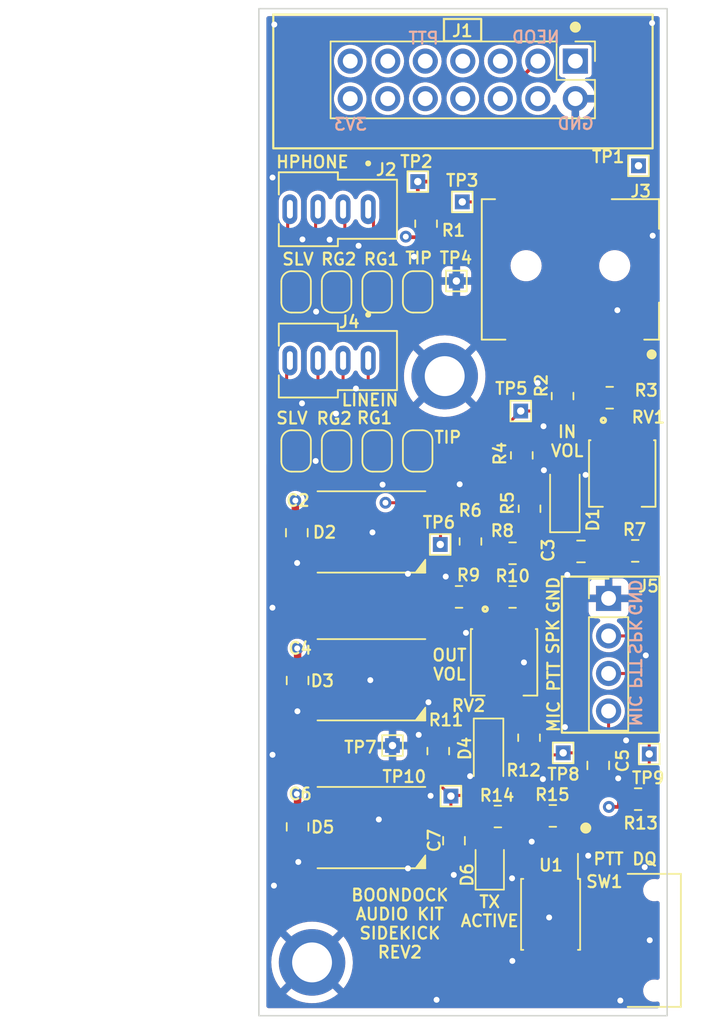
<source format=kicad_pcb>
(kicad_pcb (version 20211014) (generator pcbnew)
  (layers (0 "F.Cu" signal) (1 "In1.Cu" signal) (2 "In2.Cu" signal) (31 "B.Cu" signal) (34 "B.Paste" user) (35 "F.Paste" user) (36 "B.SilkS" user "B.Silkscreen") (37 "F.SilkS" user "F.Silkscreen") (38 "B.Mask" user) (39 "F.Mask" user) (44 "Edge.Cuts" user))
  (net 0 "")
  (net 1 "GND")
  (net 2 "+3.3V")
  (net 3 "/RADIO_OUT")
  (net 4 "/RADIO_IN")
  (net 5 "Net-(D2-Pad2)")
  (net 6 "/GPIO22")
  (net 7 "/GPIO18")
  (net 8 "Net-(J4-Pad1)")
  (net 9 "Net-(J4-Pad2)")
  (net 10 "/MIC")
  (net 11 "/SPK")
  (net 12 "/PTT_OUT")
  (net 13 "Net-(J4-Pad3)")
  (net 14 "Net-(J4-Pad4)")
  (net 15 "/NEOD")
  (net 16 "Net-(R6-Pad2)")
  (net 18 "Net-(R10-Pad1)")
  (net 19 "Net-(R15-Pad1)")
  (net 22 "Net-(SW1-Pad2)")
  (net 23 "Net-(C3-Pad2)")
  (net 24 "Net-(D3-Pad2)")
  (net 25 "Net-(D4-Pad1)")
  (net 27 "Net-(D6-Pad2)")
  (net 36 "Net-(J2-Pad1)")
  (net 37 "Net-(J2-Pad2)")
  (net 38 "Net-(J2-Pad3)")
  (net 39 "Net-(J2-Pad4)")
  (net 43 "Net-(R3-Pad2)")
  (net 44 "Net-(R4-Pad1)")
  (footprint "TestPoint:TestPoint_THTPad_1.0x1.0mm_Drill0.5mm" (layer "F.Cu") (at 61.23 88.295)
    (fp_text reference "TP10")
    (fp_text value "TP")
  )
  (footprint "Jumper:SolderJumper-2_P1.3mm_Bridged2Bar_RoundedPad1.0x1.5mm" (layer "F.Cu") (at 53.493333 64.945 90)
    (fp_text reference "JP6" hide)
    (fp_text value "JMP")
  )
  (footprint "TestPoint:TestPoint_THTPad_1.0x1.0mm_Drill0.5mm" (layer "F.Cu") (at 68.83 85.37)
    (fp_text reference "TP8")
    (fp_text value "TP")
  )
  (footprint "Boondock-r1:SP-3541_Makerfabs_2" (layer "F.Cu") (at 53.08 48.595)
    (fp_text reference "J2")
    (fp_text value "SP-3541")
  )
  (footprint "TestPoint:TestPoint_THTPad_1.0x1.0mm_Drill0.5mm" (layer "F.Cu") (at 62 48.1)
    (fp_text reference "TP3")
    (fp_text value "TP")
  )
  (footprint "Jumper:SolderJumper-2_P1.3mm_Bridged2Bar_RoundedPad1.0x1.5mm" (layer "F.Cu") (at 56.236666 54.185 90)
    (fp_text reference "JP3" hide)
    (fp_text value "JMP")
  )
  (footprint "Resistor_SMD:R_0805_2012Metric" (layer "F.Cu") (at 68.79 61.235 -90)
    (fp_text reference "R2")
    (fp_text value "NP")
  )
  (footprint "Capacitor_SMD:C_0805_2012Metric" (layer "F.Cu") (at 70.0375 71.745)
    (fp_text reference "C3")
    (fp_text value "2.2n")
  )
  (footprint "Connector_PinHeader_2.54mm:PinHeader_1x04_P2.54mm_Vertical" (layer "F.Cu") (at 71.905 74.92)
    (fp_text reference "J5")
    (fp_text value "Conn_01x04_Male")
  )
  (footprint "TestPoint:TestPoint_THTPad_1.0x1.0mm_Drill0.5mm" (layer "F.Cu") (at 57.275 84.875)
    (fp_text reference "TP7")
    (fp_text value "TP")
  )
  (footprint "Boondock-r1:CUI_SJ1-3515-SMT" (layer "F.Cu") (at 70.82 52.415 180)
    (fp_text reference "J3")
    (fp_text value "SJ1-3515-SMT")
  )
  (footprint "Boondock-r1:LED_WS2812B_PLCC4" (layer "F.Cu") (at 55.85 90.425)
    (fp_text reference "D5")
    (fp_text value "WS2812B")
  )
  (footprint "TestPoint:TestPoint_THTPad_1.0x1.0mm_Drill0.5mm" (layer "F.Cu") (at 58.99 46.725)
    (fp_text reference "TP2")
    (fp_text value "TP")
  )
  (footprint "Resistor_SMD:R_0805_2012Metric" (layer "F.Cu") (at 66.555 68.855 -90)
    (fp_text reference "R5")
    (fp_text value "0")
  )
  (footprint "LED_SMD:LED_0805_2012Metric" (layer "F.Cu") (at 63.86 92.935 90)
    (fp_text reference "D6")
    (fp_text value "GREEN")
  )
  (footprint "Resistor_SMD:R_0805_2012Metric" (layer "F.Cu") (at 66.03 65.245 -90)
    (fp_text reference "R4")
    (fp_text value "10k")
  )
  (footprint "Jumper:SolderJumper-2_P1.3mm_Bridged2Bar_RoundedPad1.0x1.5mm" (layer "F.Cu") (at 50.75 64.945 90)
    (fp_text reference "JP5" hide)
    (fp_text value "JMP")
  )
  (footprint "TestPoint:TestPoint_THTPad_1.0x1.0mm_Drill0.5mm" (layer "F.Cu") (at 65.96 62.245)
    (fp_text reference "TP5")
    (fp_text value "TP")
  )
  (footprint "Resistor_SMD:R_0805_2012Metric" (layer "F.Cu") (at 64.41 89.675)
    (fp_text reference "R14")
    (fp_text value "680")
  )
  (footprint "Resistor_SMD:R_0805_2012Metric" (layer "F.Cu") (at 60.375 85.25 90)
    (fp_text reference "R11")
    (fp_text value "10k")
  )
  (footprint "Jumper:SolderJumper-2_P1.3mm_Bridged2Bar_RoundedPad1.0x1.5mm" (layer "F.Cu") (at 58.98 64.945 90)
    (fp_text reference "JP8" hide)
    (fp_text value "JMP")
  )
  (footprint "TestPoint:TestPoint_THTPad_1.0x1.0mm_Drill0.5mm" (layer "F.Cu") (at 61.6 53.45)
    (fp_text reference "TP4")
    (fp_text value "TP")
  )
  (footprint "Resistor_SMD:R_0805_2012Metric" (layer "F.Cu") (at 65.405 71.87 180)
    (fp_text reference "R8")
    (fp_text value "2k")
  )
  (footprint "Resistor_SMD:R_0805_2012Metric" (layer "F.Cu") (at 65.405 74.82 180)
    (fp_text reference "R10")
    (fp_text value "NP")
  )
  (footprint "Boondock-r1:SP-3541_Makerfabs_2" (layer "F.Cu") (at 53.08 58.83)
    (fp_text reference "J4")
    (fp_text value "SP-3541")
  )
  (footprint "TestPoint:TestPoint_THTPad_1.0x1.0mm_Drill0.5mm" (layer "F.Cu") (at 73.93 45.655)
    (fp_text reference "TP1")
    (fp_text value "TP")
  )
  (footprint "Capacitor_SMD:C_0805_2012Metric" (layer "F.Cu") (at 50.85 80.475 90)
    (fp_text reference "C4")
    (fp_text value "0.1u")
  )
  (footprint "Capacitor_SMD:C_0805_2012Metric" (layer "F.Cu") (at 50.8 70.475 90)
    (fp_text reference "C2")
    (fp_text value "0.1u")
  )
  (footprint "Boondock-r1:LED_WS2812B_PLCC4" (layer "F.Cu") (at 55.85 80.425)
    (fp_text reference "D3")
    (fp_text value "WS2812B")
  )
  (footprint "Resistor_SMD:R_0805_2012Metric" (layer "F.Cu") (at 62.555 71.07 -90)
    (fp_text reference "R6")
    (fp_text value "0")
  )
  (footprint "Jumper:SolderJumper-2_P1.3mm_Open_RoundedPad1.0x1.5mm" (layer "F.Cu") (at 58.98 54.185 90)
    (fp_text reference "JP4" hide)
    (fp_text value "JMP")
  )
  (footprint "Resistor_SMD:R_0805_2012Metric" (layer "F.Cu") (at 71.98 61.345)
    (fp_text reference "R3")
    (fp_text value "NP")
  )
  (footprint "Boondock-r1:TRIM_3314J-1-103E" (layer "F.Cu") (at 64.83 79.245 180)
    (fp_text reference "RV2")
    (fp_text value "10k")
  )
  (footprint "TestPoint:TestPoint_THTPad_1.0x1.0mm_Drill0.5mm" (layer "F.Cu") (at 74.655 85.445)
    (fp_text reference "TP9")
    (fp_text value "TP")
  )
  (footprint "Package_SO:SO-4_4.4x3.6mm_P2.54mm" (layer "F.Cu") (at 67.98 96.295 -90)
    (fp_text reference "U1")
    (fp_text value "LTV-355T")
  )
  (footprint "Boondock-r1:TRIM_3314J-1-103E" (layer "F.Cu") (at 72.83 66.4725 180)
    (fp_text reference "RV1")
    (fp_text value "10k")
  )
  (footprint "Capacitor_SMD:C_0805_2012Metric" (layer "F.Cu") (at 61.44 91.315 90)
    (fp_text reference "C7")
    (fp_text value "0.1u")
  )
  (footprint "Boondock-r1:SW_JS102011SAQN" (layer "F.Cu") (at 75 98.055 90)
    (fp_text reference "SW1")
    (fp_text value "SW_SLIDE_SPDT")
  )
  (footprint "Resistor_SMD:R_0805_2012Metric" (layer "F.Cu") (at 66.52 84.345 90)
    (fp_text reference "R12")
    (fp_text value "100")
  )
  (footprint "MountingHole:MountingHole_2.7mm_M2.5_ISO7380_Pad" (layer "F.Cu") (at 60.81 59.885)
    (fp_text reference "H1" hide)
    (fp_text value "MTG")
  )
  (footprint "TestPoint:TestPoint_THTPad_1.0x1.0mm_Drill0.5mm" (layer "F.Cu") (at 60.51 71.275)
    (fp_text reference "TP6")
    (fp_text value "TP")
  )
  (footprint "Resistor_SMD:R_0805_2012Metric" (layer "F.Cu") (at 61.78 74.82)
    (fp_text reference "R9")
    (fp_text value "NP")
  )
  (footprint "Resistor_SMD:R_0805_2012Metric" (layer "F.Cu") (at 73.7075 71.705 180)
    (fp_text reference "R7")
    (fp_text value "2k")
  )
  (footprint "Jumper:SolderJumper-2_P1.3mm_Bridged2Bar_RoundedPad1.0x1.5mm" (layer "F.Cu") (at 53.493333 54.185 90)
    (fp_text reference "JP2" hide)
    (fp_text value "JMP")
  )
  (footprint "Capacitor_SMD:C_0805_2012Metric" (layer "F.Cu") (at 71.205 86.22 -90)
    (fp_text reference "C5")
    (fp_text value "NP")
  )
  (footprint "Resistor_SMD:R_0805_2012Metric" (layer "F.Cu") (at 73.905 88.5)
    (fp_text reference "R13")
    (fp_text value "NP")
  )
  (footprint "Jumper:SolderJumper-2_P1.3mm_Bridged2Bar_RoundedPad1.0x1.5mm" (layer "F.Cu") (at 50.75 54.185 90)
    (fp_text reference "JP1" hide)
    (fp_text value "JMP")
  )
  (footprint "Jumper:SolderJumper-2_P1.3mm_Open_RoundedPad1.0x1.5mm" (layer "F.Cu") (at 56.236666 64.945 90)
    (fp_text reference "JP7" hide)
    (fp_text value "JMP")
  )
  (footprint "Connector_PinHeader_2.54mm:PinHeader_2x07_P2.54mm_Vertical" (layer "F.Cu") (at 69.655 38.575 -90)
    (fp_text reference "J1")
    (fp_text value "Conn_02x07_Odd_Even")
  )
  (footprint "MountingHole:MountingHole_2.7mm_M2.5_ISO7380_Pad" (layer "F.Cu") (at 51.83 99.545)
    (fp_text reference "H2" hide)
    (fp_text value "MTG")
  )
  (footprint "Diode_SMD:D_SOD-123" (layer "F.Cu") (at 63.78 85.295 -90)
    (fp_text reference "D4")
    (fp_text value "TVS_3.3V")
  )
  (footprint "Diode_SMD:D_SOD-123" (layer "F.Cu") (at 68.945 68.195 90)
    (fp_text reference "D1")
    (fp_text value "TVS_3.3V")
  )
  (footprint "Boondock-r1:LED_WS2812B_PLCC4" (layer "F.Cu") (at 55.85 70.425)
    (fp_text reference "D2")
    (fp_text value "WS2812B")
  )
  (footprint "Resistor_SMD:R_0805_2012Metric" (layer "F.Cu") (at 59.55 49.575 90)
    (fp_text reference "R1")
    (fp_text value "51")
  )
  (footprint "Resistor_SMD:R_0805_2012Metric" (layer "F.Cu") (at 68.13 89.635 180)
    (fp_text reference "R15")
    (fp_text value "1k")
  )
  (footprint "Capacitor_SMD:C_0805_2012Metric" (layer "F.Cu") (at 50.85 90.375 90)
    (fp_text reference "C6")
    (fp_text value "0.1u")
  )
  (gr_rect (start 49.205 35.425) (end 74.885 44.475) (layer "F.SilkS") (width 0.15) (fill none))
  (gr_circle (center 69.655 36.275) (end 69.955 36.275) (layer "F.SilkS") (width 0.15) (fill solid))
  (gr_circle (center 70.36 90.455) (end 70.66 90.455) (layer "F.SilkS") (width 0.15) (fill solid))
  (gr_rect (start 60.76 35.725) (end 63.28 37.225) (layer "F.SilkS") (width 0.15) (fill none))
  (gr_rect (start 68.745 73.445) (end 75.345 84.005) (layer "F.SilkS") (width 0.15) (fill none))
  (gr_rect (start 48.23 35.025) (end 75.87 103.15) (layer "Edge.Cuts") (width 0.1) (fill none))
  (gr_text "GND" (at 73.68 74.87 -90) (layer "B.SilkS") (effects (font (size 0.8 0.8)) (justify mirror)))
  (gr_text "NEOD" (at 66.98 36.95) (layer "B.SilkS") (effects (font (size 0.8 0.8)) (justify mirror)))
  (gr_text "3V3" (at 54.43 42.85) (layer "B.SilkS") (effects (font (size 0.8 0.8)) (justify mirror)))
  (gr_text "SPK" (at 73.68 77.52 -90) (layer "B.SilkS") (effects (font (size 0.8 0.8)) (justify mirror)))
  (gr_text "MIC" (at 73.68 82.52 -90) (layer "B.SilkS") (effects (font (size 0.8 0.8)) (justify mirror)))
  (gr_text "PTT" (at 59.38 37.025) (layer "B.SilkS") (effects (font (size 0.8 0.8)) (justify mirror)))
  (gr_text "PTT" (at 73.68 80.02 -90) (layer "B.SilkS") (effects (font (size 0.8 0.8)) (justify mirror)))
  (gr_text "GND" (at 69.68 42.8) (layer "B.SilkS") (effects (font (size 0.8 0.8)) (justify mirror)))
  (gr_text "RG1" (at 56.06 62.715) (layer "F.SilkS") (effects (font (size 0.8 0.8))))
  (gr_text "TIP" (at 61.025 64.025) (layer "F.SilkS") (effects (font (size 0.8 0.8))))
  (gr_text "PTT DQ" (at 73.025 92.55) (layer "F.SilkS") (effects (font (size 0.8 0.8))))
  (gr_text "GND" (at 68.165 74.69 90) (layer "F.SilkS") (effects (font (size 0.8 0.8))))
  (gr_text "OUT\nVOL" (at 61.13 79.405) (layer "F.SilkS") (effects (font (size 0.8 0.8))))
  (gr_text "IN\nVOL" (at 69.1 64.295) (layer "F.SilkS") (effects (font (size 0.8 0.8))))
  (gr_text "BOONDOCK\nAUDIO KIT\nSIDEKICK\nREV2" (at 57.775 96.925) (layer "F.SilkS") (effects (font (size 0.8 0.8))))
  (gr_text "HPHONE" (at 51.85 45.4) (layer "F.SilkS") (effects (font (size 0.8 0.8))))
  (gr_text "RG1" (at 56.52603 51.975) (layer "F.SilkS") (effects (font (size 0.8 0.8))))
  (gr_text "TIP" (at 59.055 51.9) (layer "F.SilkS") (effects (font (size 0.8 0.8))))
  (gr_text "LINEIN" (at 55.75 61.505) (layer "F.SilkS") (effects (font (size 0.8 0.8))))
  (gr_text "SLV" (at 50.47 62.725) (layer "F.SilkS") (effects (font (size 0.8 0.8))))
  (gr_text "RG2" (at 53.33 62.745) (layer "F.SilkS") (effects (font (size 0.8 0.8))))
  (gr_text "SLV" (at 50.88 51.975) (layer "F.SilkS") (effects (font (size 0.8 0.8))))
  (gr_text "RG2" (at 53.636348 51.975) (layer "F.SilkS") (effects (font (size 0.8 0.8))))
  (gr_text "PTT" (at 68.195 80.2 90) (layer "F.SilkS") (effects (font (size 0.8 0.8))))
  (gr_text "TX\nACTIVE" (at 63.855 96.095) (layer "F.SilkS") (effects (font (size 0.8 0.8))))
  (gr_text "MIC" (at 68.185 82.91 90) (layer "F.SilkS") (effects (font (size 0.8 0.8))))
  (gr_text "SPK" (at 68.145 77.51 90) (layer "F.SilkS") (effects (font (size 0.8 0.8))))
  (segment (start 59.71 81.945) (end 59.62 82.035) (width 0.381) (layer "F.Cu") (net 1))
  (segment (start 50.85 82.545) (end 50.85 81.425) (width 0.381) (layer "F.Cu") (net 1))
  (segment (start 69.11 73.325) (end 69.11 72.15) (width 0.381) (layer "F.Cu") (net 1))
  (segment (start 72.48 87.17) (end 72.555 87.095) (width 0.381) (layer "F.Cu") (net 1))
  (segment (start 52.1275 54.835) (end 53.440833 54.835) (width 0.381) (layer "F.Cu") (net 1))
  (segment (start 66.71 91.385) (end 66.71 93.145) (width 0.381) (layer "F.Cu") (net 1))
  (segment (start 62.53 86.945) (end 63.78 86.945) (width 0.381) (layer "F.Cu") (net 1))
  (segment (start 50.726667 65.585) (end 52.191667 65.585) (width 0.381) (layer "F.Cu") (net 1))
  (segment (start 60.8675 73.4575) (end 60.88 73.445) (width 0.381) (layer "F.Cu") (net 1))
  (segment (start 65.37 93.855) (end 65.3525 93.8725) (width 0.381) (layer "F.Cu") (net 1))
  (segment (start 52.105 55.5225) (end 52.11 55.5175) (width 0.381) (layer "F.Cu") (net 1))
  (segment (start 58.31 93.175) (end 58.31 92.035) (width 0.381) (layer "F.Cu") (net 1))
  (segment (start 67.41 66.135) (end 66.0525 66.135) (width 0.381) (layer "F.Cu") (net 1))
  (segment (start 59.62 82.035) (end 58.31 82.035) (width 0.381) (layer "F.Cu") (net 1))
  (segment (start 66.7 91.375) (end 66.71 91.385) (width 0.381) (layer "F.Cu") (net 1))
  (segment (start 61.425 93.625) (end 61.425 92.28) (width 0.381) (layer "F.Cu") (net 1))
  (segment (start 52.075 65.625) (end 52.115 65.585) (width 0.381) (layer "F.Cu") (net 1))
  (segment (start 67.525 66.25) (end 67.41 66.135) (width 0.381) (layer "F.Cu") (net 1))
  (segment (start 52.11 55.5175) (end 52.11 54.8525) (width 0.381) (layer "F.Cu") (net 1))
  (segment (start 52.115 65.585) (end 53.47 65.585) (width 0.381) (layer "F.Cu") (net 1))
  (segment (start 62.25 77.25) (end 63.675 77.25) (width 0.381) (layer "F.Cu") (net 1))
  (segment (start 58.32 73.255) (end 58.32 72.045) (width 0.381) (layer "F.Cu") (net 1))
  (segment (start 52.0925 54.835) (end 52.11 54.8525) (width 0.381) (layer "F.Cu") (net 1))
  (segment (start 50.75 54.835) (end 52.0925 54.835) (width 0.381) (layer "F.Cu") (net 1))
  (segment (start 59.05 84.15) (end 60.1875 84.15) (width 0.25) (layer "F.Cu") (net 1))
  (segment (start 71.205 87.17) (end 72.48 87.17) (width 0.381) (layer "F.Cu") (net 1))
  (segment (start 58.32 93.185) (end 58.31 93.175) (width 0.381) (layer "F.Cu") (net 1))
  (segment (start 60.8675 74.82) (end 60.8675 73.4575) (width 0.381) (layer "F.Cu") (net 1))
  (segment (start 50.82 72.525) (end 50.82 71.445) (width 0.381) (layer "F.Cu") (net 1))
  (segment (start 52.11 54.8525) (end 52.1275 54.835) (width 0.381) (layer "F.Cu") (net 1))
  (segment (start 65.39 99.445) (end 66.71 99.445) (width 0.381) (layer "F.Cu") (net 1))
  (segment (start 50.9 92.75) (end 50.85 92.7) (width 0.381) (layer "F.Cu") (net 1))
  (segment (start 50.85 92.7) (end 50.85 91.325) (width 0.381) (layer "F.Cu") (net 1))
  (segment (start 50.84 82.555) (end 50.85 82.545) (width 0.381) (layer "F.Cu") (net 1))
  (segment (start 65.3525 93.8725) (end 63.86 93.8725) (width 0.381) (layer "F.Cu") (net 1))
  (via (at 55.775 80.45) (size 0.8) (drill 0.4) (layers "F.Cu" "B.Cu") (net 1))
  (via (at 65.37 93.855) (size 0.8) (drill 0.4) (layers "F.Cu" "B.Cu") (net 1))
  (via (at 67.88 96.505) (size 0.8) (drill 0.4) (layers "F.Cu" "B.Cu") (net 1))
  (via (at 65.39 99.445) (size 0.8) (drill 0.4) (layers "F.Cu" "B.Cu") (net 1))
  (via (at 59.71 81.945) (size 0.8) (drill 0.4) (layers "F.Cu" "B.Cu") (net 1))
  (via (at 54.8 60.725) (size 0.8) (drill 0.4) (layers "F.Cu" "B.Cu") (net 1))
  (via (at 74.85 36) (size 0.8) (drill 0.4) (layers "F.Cu" "B.Cu") (net 1))
  (via (at 49.155 85.5) (size 0.8) (drill 0.4) (layers "F.Cu" "B.Cu") (net 1))
  (via (at 49.25 94.35) (size 0.8) (drill 0.4) (layers "F.Cu" "B.Cu") (net 1))
  (via (at 58.32 93.185) (size 0.8) (drill 0.4) (layers "F.Cu" "B.Cu") (net 1))
  (via (at 69.11 73.325) (size 0.8) (drill 0.4) (layers "F.Cu" "B.Cu") (net 1))
  (via (at 68.95 83.625) (size 0.8) (drill 0.4) (layers "F.Cu" "B.Cu") (net 1))
  (via (at 74.35 93.1) (size 0.8) (drill 0.4) (layers "F.Cu" "B.Cu") (net 1))
  (via (at 52.105 55.5225) (size 0.8) (drill 0.4) (layers "F.Cu" "B.Cu") (net 1))
  (via (at 59.05 84.15) (size 0.8) (drill 0.4) (layers "F.Cu" "B.Cu") (net 1))
  (via (at 58.32 73.255) (size 0.8) (drill 0.4) (layers "F.Cu" "B.Cu") (net 1))
  (via (at 53.45 62.425) (size 0.8) (drill 0.4) (layers "F.Cu" "B.Cu") (net 1))
  (via (at 50.9 92.75) (size 0.8) (drill 0.4) (layers "F.Cu" "B.Cu") (net 1))
  (via (at 56.605 67.225) (size 0.8) (drill 0.4) (layers "F.Cu" "B.Cu") (net 1))
  (via (at 52.075 65.625) (size 0.8) (drill 0.4) (layers "F.Cu" "B.Cu") (net 1))
  (via (at 66.7 91.375) (size 0.8) (drill 0.4) (layers "F.Cu" "B.Cu") (net 1))
  (via (at 74.89 50.385) (size 0.8) (drill 0.4) (layers "F.Cu" "B.Cu") (net 1))
  (via (at 72.5 55.425) (size 0.8) (drill 0.4) (layers "F.Cu" "B.Cu") (net 1))
  (via (at 49.155 46.45) (size 0.8) (drill 0.4) (layers "F.Cu" "B.Cu") (net 1))
  (via (at 50.84 82.555) (size 0.8) (drill 0.4) (layers "F.Cu" "B.Cu") (net 1))
  (via (at 66.175 79.25) (size 0.8) (drill 0.4) (layers "F.Cu" "B.Cu") (net 1))
  (via (at 67.5 63.275) (size 0.8) (drill 0.4) (layers "F.Cu" "B.Cu") (net 1))
  (via (at 67.525 66.25) (size 0.8) (drill 0.4) (layers "F.Cu" "B.Cu") (net 1))
  (via (at 72.555 87.095) (size 0.8) (drill 0.4) (layers "F.Cu" "B.Cu") (net 1))
  (via (at 60.88 73.445) (size 0.8) (drill 0.4) (layers "F.Cu" "B.Cu") (net 1))
  (via (at 49.15 75.55) (size 0.8) (drill 0.4) (layers "F.Cu" "B.Cu") (net 1))
  (via (at 54.98 51.065) (size 0.8) (drill 0.4) (layers "F.Cu" "B.Cu") (net 1))
  (via (at 67.46 87.145) (size 0.8) (drill 0.4) (layers "F.Cu" "B.Cu") (net 1))
  (via (at 51.15 61.725) (size 0.8) (drill 0.4) (layers "F.Cu" "B.Cu") (net 1))
  (via (at 61.425 93.625) (size 0.8) (drill 0.4) (layers "F.Cu" "B.Cu") (net 1))
  (via (at 74.425 78.775) (size 0.8) (drill 0.4) (layers "F.Cu" "B.Cu") (net 1))
  (via (at 74.69 98.045) (size 0.8) (drill 0.4) (layers "F.Cu" "B.Cu") (net 1))
  (via (at 60.26 102.075) (size 0.8) (drill 0.4) (layers "F.Cu" "B.Cu") (net 1))
  (via (at 73.09 84.525) (size 0.8) (drill 0.4) (layers "F.Cu" "B.Cu") (net 1))
  (via (at 51.18 50.635) (size 0.8) (drill 0.4) (layers "F.Cu" "B.Cu") (net 1))
  (via (at 49.275 36.1) (size 0.8) (drill 0.4) (layers "F.Cu" "B.Cu") (net 1))
  (via (at 59.855 88.275) (size 0.8) (drill 0.4) (layers "F.Cu" "B.Cu") (net 1))
  (via (at 61.825 67.2) (size 0.8) (drill 0.4) (layers "F.Cu" "B.Cu") (net 1))
  (via (at 50.82 72.525) (size 0.8) (drill 0.4) (layers "F.Cu" "B.Cu") (net 1))
  (via (at 67.1 60.35) (size 0.8) (drill 0.4) (layers "F.Cu" "B.Cu") (net 1))
  (via (at 56.35 89.875) (size 0.8) (drill 0.4) (layers "F.Cu" "B.Cu") (net 1))
  (via (at 62.25 77.25) (size 0.8) (drill 0.4) (layers "F.Cu" "B.Cu") (net 1))
  (via (at 70.35 66.565) (size 0.8) (drill 0.4) (layers "F.Cu" "B.Cu") (net 1))
  (via (at 62.53 86.945) (size 0.8) (drill 0.4) (layers "F.Cu" "B.Cu") (net 1))
  (via (at 55.92 70.455) (size 0.8) (drill 0.4) (layers "F.Cu" "B.Cu") (net 1))
  (via (at 70.525 92.325) (size 0.8) (drill 0.4) (layers "F.Cu" "B.Cu") (net 1))
  (via (at 58.73 51.8) (size 0.8) (drill 0.4) (layers "F.Cu" "B.Cu") (net 1))
  (via (at 53.02 50.655) (size 0.8) (drill 0.4) (layers "F.Cu" "B.Cu") (net 1))
  (via (at 72.7 102.125) (size 0.8) (drill 0.4) (layers "F.Cu" "B.Cu") (net 1))
  (segment (start 50.7 68.3) (end 50.7 69.375) (width 0.508) (layer "F.Cu") (net 2))
  (segment (start 53.07 69.155) (end 53.4 68.825) (width 0.381) (layer "F.Cu") (net 2))
  (segment (start 51.2 69.155) (end 53.07 69.155) (width 0.381) (layer "F.Cu") (net 2))
  (segment (start 71.925 89.025) (end 72.825 89.025) (width 0.25) (layer "F.Cu") (net 2))
  (segment (start 51.24 79.155) (end 53.07 79.155) (width 0.381) (layer "F.Cu") (net 2))
  (segment (start 53.07 79.155) (end 53.4 78.825) (width 0.381) (layer "F.Cu") (net 2))
  (segment (start 50.7 69.375) (end 50.8 69.475) (width 0.762) (layer "F.Cu") (net 2))
  (segment (start 52.96 89.125) (end 51.15 89.125) (width 0.381) (layer "F.Cu") (net 2))
  (segment (start 50.85 78.325) (end 50.85 79.525) (width 0.508) (layer "F.Cu") (net 2))
  (segment (start 50.84 79.555) (end 51.24 79.155) (width 0.381) (layer "F.Cu") (net 2))
  (segment (start 50.84 69.515) (end 51.2 69.155) (width 0.381) (layer "F.Cu") (net 2))
  (segment (start 50.85 89.425) (end 50.85 88.2) (width 0.508) (layer "F.Cu") (net 2))
  (segment (start 50.825 78.3) (end 50.85 78.325) (width 0.762) (layer "F.Cu") (net 2))
  (via (at 50.8 88.15) (size 0.8) (drill 0.4) (layers "F.Cu" "B.Cu") (net 2))
  (via (at 50.7 68.3) (size 0.8) (drill 0.4) (layers "F.Cu" "B.Cu") (net 2))
  (via (at 50.825 78.3) (size 0.8) (drill 0.4) (layers "F.Cu" "B.Cu") (net 2))
  (via (at 71.925 89.025) (size 0.8) (drill 0.4) (layers "F.Cu" "B.Cu") (net 2))
  (segment (start 60.525 70.15) (end 60.525 71.26) (width 0.2032) (layer "F.Cu") (net 3))
  (segment (start 58.475 66.475) (end 60.525 68.525) (width 0.2032) (layer "F.Cu") (net 3))
  (segment (start 55.6 56.3) (end 50.7 56.3) (width 0.2032) (layer "F.Cu") (net 3))
  (segment (start 56.236666 55.663334) (end 55.6 56.3) (width 0.2032) (layer "F.Cu") (net 3))
  (segment (start 49.275 57.725) (end 49.275 65.575) (width 0.2032) (layer "F.Cu") (net 3))
  (segment (start 50.175 66.475) (end 58.475 66.475) (width 0.2032) (layer "F.Cu") (net 3))
  (segment (start 60.525 68.525) (end 60.525 70.15) (width 0.2032) (layer "F.Cu") (net 3))
  (segment (start 56.236666 54.835) (end 56.236666 55.663334) (width 0.2032) (layer "F.Cu") (net 3))
  (segment (start 50.7 56.3) (end 49.275 57.725) (width 0.2032) (layer "F.Cu") (net 3))
  (segment (start 49.275 65.575) (end 50.175 66.475) (width 0.2032) (layer "F.Cu") (net 3))
  (segment (start 56.236666 54.835) (end 58.98 54.835) (width 0.2032) (layer "F.Cu") (net 3))
  (segment (start 60.6825 70.1575) (end 62.555 70.1575) (width 0.2032) (layer "F.Cu") (net 3))
  (segment (start 60.525 70.15) (end 62.5475 70.15) (width 0.2032) (layer "F.Cu") (net 3))
  (segment (start 71.0675 61.345) (end 70.40375 61.345) (width 0.2032) (layer "F.Cu") (net 4))
  (segment (start 58.98 65.595) (end 62.61 65.595) (width 0.2032) (layer "F.Cu") (net 4))
  (segment (start 70.40375 61.345) (end 69.60125 62.1475) (width 0.2032) (layer "F.Cu") (net 4))
  (segment (start 69.60125 62.1475) (end 68.79 62.1475) (width 0.2032) (layer "F.Cu") (net 4))
  (segment (start 58.98 65.595) (end 56.236666 65.595) (width 0.2032) (layer "F.Cu") (net 4))
  (segment (start 72.805 63.27) (end 71.23 61.695) (width 0.2032) (layer "F.Cu") (net 4))
  (segment (start 65.96 62.245) (end 68.6925 62.245) (width 0.2032) (layer "F.Cu") (net 4))
  (segment (start 62.61 65.595) (end 65.96 62.245) (width 0.2032) (layer "F.Cu") (net 4))
  (segment (start 72.805 68.4475) (end 72.805 63.27) (width 0.2032) (layer "F.Cu") (net 4))
  (segment (start 53.64 74.385) (end 58.08 78.825) (width 0.2032) (layer "F.Cu") (net 5))
  (segment (start 53.64 72.025) (end 53.64 74.385) (width 0.2032) (layer "F.Cu") (net 5))
  (segment (start 58.99 48.1025) (end 59.55 48.6625) (width 0.25) (layer "F.Cu") (net 6))
  (segment (start 67.115 38.575) (end 65.83 39.86) (width 0.25) (layer "F.Cu") (net 6))
  (segment (start 62.055 46.725) (end 58.99 46.725) (width 0.25) (layer "F.Cu") (net 6))
  (segment (start 65.83 42.95) (end 62.055 46.725) (width 0.25) (layer "F.Cu") (net 6))
  (segment (start 65.83 39.86) (end 65.83 42.95) (width 0.25) (layer "F.Cu") (net 6))
  (segment (start 58.99 46.725) (end 58.99 48.1025) (width 0.25) (layer "F.Cu") (net 6))
  (segment (start 61.23 90.185) (end 61.23 88.295) (width 0.2032) (layer "F.Cu") (net 7))
  (segment (start 67.2175 89.635) (end 65.3625 89.635) (width 0.2032) (layer "F.Cu") (net 7))
  (segment (start 61.23 88.295) (end 60.375 87.44) (width 0.2032) (layer "F.Cu") (net 7))
  (segment (start 60.375 87.44) (end 60.375 86.1625) (width 0.2032) (layer "F.Cu") (net 7))
  (segment (start 65.3225 89.675) (end 63.8975 88.25) (width 0.2032) (layer "F.Cu") (net 7))
  (segment (start 63.8975 88.25) (end 61.605 88.25) (width 0.2032) (layer "F.Cu") (net 7))
  (segment (start 57.83 64.295) (end 55.63 62.095) (width 0.2032) (layer "F.Cu") (net 8))
  (segment (start 58.98 64.295) (end 57.83 64.295) (width 0.2032) (layer "F.Cu") (net 8))
  (segment (start 55.63 62.095) (end 55.63 58.93) (width 0.2032) (layer "F.Cu") (net 8))
  (segment (start 56.236666 63.534166) (end 56.236666 64.295) (width 0.2032) (layer "F.Cu") (net 9))
  (segment (start 53.93 61.2275) (end 56.236666 63.534166) (width 0.2032) (layer "F.Cu") (net 9))
  (segment (start 53.93 58.93) (end 53.93 61.2275) (width 0.2032) (layer "F.Cu") (net 9))
  (segment (start 71.905 82.54) (end 71.905 84.57) (width 0.2032) (layer "F.Cu") (net 10))
  (segment (start 68.83 85.37) (end 71.105 85.37) (width 0.2032) (layer "F.Cu") (net 10))
  (segment (start 66.77 85.5075) (end 68.6925 85.5075) (width 0.2032) (layer "F.Cu") (net 10))
  (segment (start 71.905 84.57) (end 71.205 85.27) (width 0.2032) (layer "F.Cu") (net 10))
  (segment (start 63.05 48.1) (end 64.085 47.065) (width 0.2032) (layer "F.Cu") (net 11))
  (segment (start 72.785 49.9) (end 74.98 52.095) (width 0.2032) (layer "F.Cu") (net 11))
  (segment (start 73.19 77.46) (end 71.905 77.46) (width 0.2032) (layer "F.Cu") (net 11))
  (segment (start 66.02 48.62) (end 67.3 49.9) (width 0.2032) (layer "F.Cu") (net 11))
  (segment (start 67.3 49.9) (end 72.785 49.9) (width 0.2032) (layer "F.Cu") (net 11))
  (segment (start 74.98 52.095) (end 74.98 71.345) (width 0.2032) (layer "F.Cu") (net 11))
  (segment (start 62 48.1) (end 63.05 48.1) (width 0.2032) (layer "F.Cu") (net 11))
  (segment (start 64.085 47.065) (end 66.02 47.065) (width 0.2032) (layer "F.Cu") (net 11))
  (segment (start 66.02 47.065) (end 66.02 48.62) (width 0.2032) (layer "F.Cu") (net 11))
  (segment (start 74.62 71.705) (end 74.62 76.03) (width 0.2032) (layer "F.Cu") (net 11))
  (segment (start 74.62 76.03) (end 73.19 77.46) (width 0.2032) (layer "F.Cu") (net 11))
  (segment (start 74.655 81.4) (end 74.655 85.445) (width 0.2032) (layer "F.Cu") (net 12))
  (segment (start 73.255 80) (end 74.655 81.4) (width 0.2032) (layer "F.Cu") (net 12))
  (segment (start 72.25 93.375) (end 74.8175 90.8075) (width 0.2032) (layer "F.Cu") (net 12))
  (segment (start 71.905 80) (end 73.255 80) (width 0.2032) (layer "F.Cu") (net 12))
  (segment (start 74.8175 90.8075) (end 74.8175 88.5) (width 0.2032) (layer "F.Cu") (net 12))
  (segment (start 72.25 95.555) (end 72.25 93.375) (width 0.2032) (layer "F.Cu") (net 12))
  (segment (start 74.655 85.445) (end 74.655 88.2325) (width 0.2032) (layer "F.Cu") (net 12))
  (segment (start 52.23 63.945) (end 52.58 64.295) (width 0.2032) (layer "F.Cu") (net 13))
  (segment (start 52.58 64.295) (end 53.493333 64.295) (width 0.2032) (layer "F.Cu") (net 13))
  (segment (start 52.23 58.93) (end 52.23 63.945) (width 0.2032) (layer "F.Cu") (net 13))
  (segment (start 50.11 63.655) (end 50.58 64.125) (width 0.2032) (layer "F.Cu") (net 14))
  (segment (start 50.11 59.15) (end 50.11 63.655) (width 0.2032) (layer "F.Cu") (net 14))
  (segment (start 58.2125 50.4875) (end 59.55 50.4875) (width 0.25) (layer "F.Cu") (net 15))
  (segment (start 58.175 50.45) (end 58.2125 50.4875) (width 0.25) (layer "F.Cu") (net 15))
  (segment (start 56.8 68.45) (end 57.925 68.45) (width 0.2032) (layer "F.Cu") (net 15))
  (via (at 56.8 68.45) (size 0.8) (drill 0.4) (layers "F.Cu" "B.Cu") (net 15))
  (via (at 58.175 50.45) (size 0.8) (drill 0.4) (layers "F.Cu" "B.Cu") (net 15))
  (segment (start 62.6675 71.87) (end 64.4925 71.87) (width 0.2032) (layer "F.Cu") (net 16))
  (segment (start 65.98 77.245) (end 65.98 75.1575) (width 0.2032) (layer "F.Cu") (net 18))
  (segment (start 66.3175 71.87) (end 66.3175 74.82) (width 0.2032) (layer "F.Cu") (net 18))
  (segment (start 69.25 89.8425) (end 69.25 93.145) (width 0.2032) (layer "F.Cu") (net 19))
  (segment (start 70.045 98.055) (end 69.25 98.85) (width 0.2032) (layer "F.Cu") (net 22))
  (segment (start 71.62 98.055) (end 70.045 98.055) (width 0.2032) (layer "F.Cu") (net 22))
  (segment (start 66.555 69.7675) (end 68.8675 69.7675) (width 0.2032) (layer "F.Cu") (net 23))
  (segment (start 70.9875 71.745) (end 70.9875 70.8025) (width 0.2032) (layer "F.Cu") (net 23))
  (segment (start 70.03 69.845) (end 68.945 69.845) (width 0.2032) (layer "F.Cu") (net 23))
  (segment (start 70.9875 71.745) (end 72.755 71.745) (width 0.2032) (layer "F.Cu") (net 23))
  (segment (start 70.9875 70.8025) (end 70.03 69.845) (width 0.2032) (layer "F.Cu") (net 23))
  (segment (start 53.4 82.135) (end 53.4 84.15) (width 0.2032) (layer "F.Cu") (net 24))
  (segment (start 53.4 84.15) (end 58.075 88.825) (width 0.2032) (layer "F.Cu") (net 24))
  (segment (start 63.78 83.645) (end 63.78 82.295) (width 0.2032) (layer "F.Cu") (net 25))
  (segment (start 64.4925 74.82) (end 62.6925 74.82) (width 0.2032) (layer "F.Cu") (net 25))
  (segment (start 64.83 81.245) (end 64.83 75.1575) (width 0.2032) (layer "F.Cu") (net 25))
  (segment (start 66.27 83.6825) (end 63.8175 83.6825) (width 0.2032) (layer "F.Cu") (net 25))
  (segment (start 63.78 82.295) (end 64.83 81.245) (width 0.2032) (layer "F.Cu") (net 25))
  (segment (start 63.4975 89.675) (end 63.4975 91.635) (width 0.2032) (layer "F.Cu") (net 27))
  (segment (start 58.08 53.535) (end 58.98 53.535) (width 0.2032) (layer "F.Cu") (net 36))
  (segment (start 55.99 51.445) (end 58.08 53.535) (width 0.2032) (layer "F.Cu") (net 36))
  (segment (start 55.99 49.055) (end 55.99 51.445) (width 0.2032) (layer "F.Cu") (net 36))
  (segment (start 54.05 48.815) (end 54.05 52.265) (width 0.2032) (layer "F.Cu") (net 37))
  (segment (start 54.05 52.265) (end 55.32 53.535) (width 0.2032) (layer "F.Cu") (net 37))
  (segment (start 55.32 53.535) (end 56.236666 53.535) (width 0.2032) (layer "F.Cu") (net 37))
  (segment (start 52.66 53.535) (end 53.493333 53.535) (width 0.2032) (layer "F.Cu") (net 38))
  (segment (start 52.07 52.945) (end 52.66 53.535) (width 0.2032) (layer "F.Cu") (net 38))
  (segment (start 52.07 48.855) (end 52.07 52.945) (width 0.2032) (layer "F.Cu") (net 38))
  (segment (start 50.18 48.845) (end 50.18 52.965) (width 0.2032) (layer "F.Cu") (net 39))
  (segment (start 50.18 52.965) (end 50.58 53.365) (width 0.2032) (layer "F.Cu") (net 39))
  (segment (start 73.905 69.945) (end 74.305 69.545) (width 0.2032) (layer "F.Cu") (net 43))
  (segment (start 69.3275 67.9425) (end 71.33 69.945) (width 0.2032) (layer "F.Cu") (net 43))
  (segment (start 74.305 69.545) (end 74.305 64.7975) (width 0.2032) (layer "F.Cu") (net 43))
  (segment (start 66.555 67.9425) (end 69.3275 67.9425) (width 0.2032) (layer "F.Cu") (net 43))
  (segment (start 71.33 69.945) (end 73.905 69.945) (width 0.2032) (layer "F.Cu") (net 43))
  (segment (start 72.8925 61.5875) (end 73.98 62.675) (width 0.2032) (layer "F.Cu") (net 43))
  (segment (start 73.98 62.675) (end 73.98 64.4725) (width 0.2032) (layer "F.Cu") (net 43))
  (segment (start 71.215 64.3325) (end 66.03 64.3325) (width 0.2032) (layer "F.Cu") (net 44))
  (zone (net 1) (net_name "GND") (layer "F.Cu") (connect_pads (clearance 0.254)) (min_thickness 0.3) (fill yes (thermal_gap 0.508) (thermal_bridge_width 0.508))
    (polygon (pts (xy 76.212999 34.590673) (xy 76.860141 103.69722) (xy 48.135141 103.47222) (xy 48.162999 34.465673) (xy 48.237999 34.440673)))
  )
  (zone (net 1) (net_name "GND") (layer "B.Cu") (connect_pads (clearance 0.254)) (min_thickness 0.3) (fill yes (thermal_gap 0.508) (thermal_bridge_width 0.508))
    (polygon (pts (xy 76.280771 34.613771) (xy 76.927913 103.720318) (xy 48.202913 103.495318) (xy 48.230771 34.488771) (xy 48.305771 34.463771)))
  )
)
</source>
